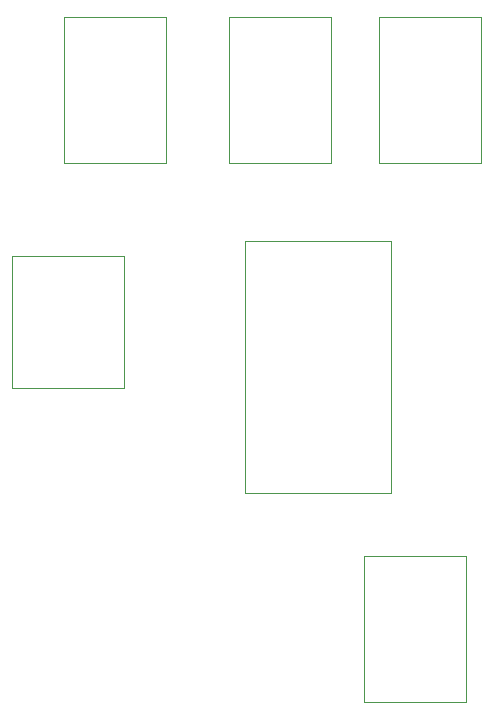
<source format=gbr>
G04 #@! TF.GenerationSoftware,KiCad,Pcbnew,(5.1.5)-3*
G04 #@! TF.CreationDate,2020-03-16T13:29:13+00:00*
G04 #@! TF.ProjectId,pcb schem,70636220-7363-4686-956d-2e6b69636164,rev?*
G04 #@! TF.SameCoordinates,Original*
G04 #@! TF.FileFunction,Other,User*
%FSLAX46Y46*%
G04 Gerber Fmt 4.6, Leading zero omitted, Abs format (unit mm)*
G04 Created by KiCad (PCBNEW (5.1.5)-3) date 2020-03-16 13:29:13*
%MOMM*%
%LPD*%
G04 APERTURE LIST*
%ADD10C,0.050000*%
G04 APERTURE END LIST*
D10*
X125340000Y-103400000D02*
X137690000Y-103400000D01*
X125340000Y-82050000D02*
X125340000Y-103400000D01*
X137690000Y-82050000D02*
X125340000Y-82050000D01*
X137690000Y-103400000D02*
X137690000Y-82050000D01*
X105590000Y-83310000D02*
X105590000Y-94480000D01*
X115040000Y-83310000D02*
X105590000Y-83310000D01*
X115040000Y-94480000D02*
X115040000Y-83310000D01*
X105590000Y-94480000D02*
X115040000Y-94480000D01*
X109960000Y-63110000D02*
X109960000Y-75460000D01*
X118610000Y-63110000D02*
X109960000Y-63110000D01*
X118610000Y-75460000D02*
X118610000Y-63110000D01*
X109960000Y-75460000D02*
X118610000Y-75460000D01*
X136630000Y-63110000D02*
X136630000Y-75460000D01*
X145280000Y-63110000D02*
X136630000Y-63110000D01*
X145280000Y-75460000D02*
X145280000Y-63110000D01*
X136630000Y-75460000D02*
X145280000Y-75460000D01*
X123930000Y-63110000D02*
X123930000Y-75460000D01*
X132580000Y-63110000D02*
X123930000Y-63110000D01*
X132580000Y-75460000D02*
X132580000Y-63110000D01*
X123930000Y-75460000D02*
X132580000Y-75460000D01*
X144040000Y-121040000D02*
X144040000Y-108690000D01*
X135390000Y-121040000D02*
X144040000Y-121040000D01*
X135390000Y-108690000D02*
X135390000Y-121040000D01*
X144040000Y-108690000D02*
X135390000Y-108690000D01*
M02*

</source>
